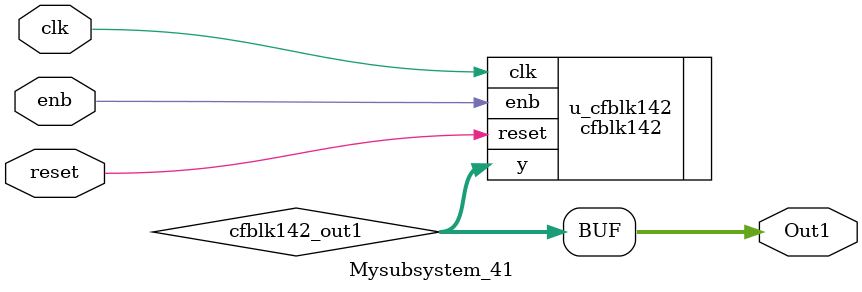
<source format=v>



`timescale 1 ns / 1 ns

module Mysubsystem_41
          (clk,
           reset,
           enb,
           Out1);


  input   clk;
  input   reset;
  input   enb;
  output  [7:0] Out1;  // uint8


  wire [7:0] cfblk142_out1;  // uint8


  cfblk142 u_cfblk142 (.clk(clk),
                       .reset(reset),
                       .enb(enb),
                       .y(cfblk142_out1)  // uint8
                       );

  assign Out1 = cfblk142_out1;

endmodule  // Mysubsystem_41


</source>
